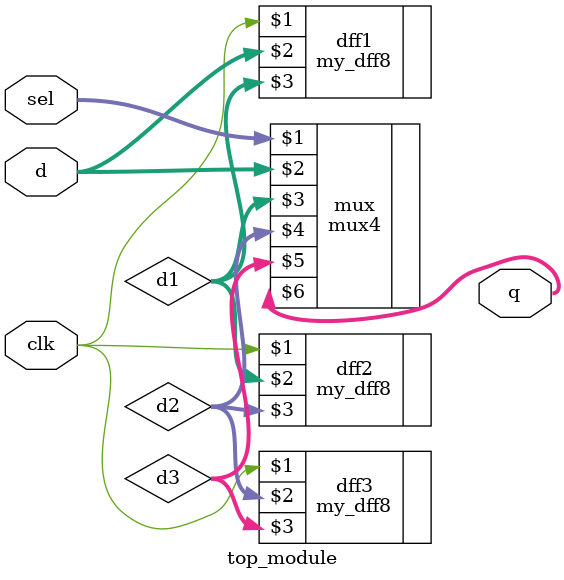
<source format=v>
module top_module ( 
    input clk, 
    input [7:0] d, 
    input [1:0] sel, 
    output [7:0] q 
);

    wire [7:0] d1, d2, d3;
    
    my_dff8 #(.DATA_WIDTH(8)) dff1 (clk, d, d1);
    my_dff8 #(.DATA_WIDTH(8)) dff2 (clk, d1, d2);
    my_dff8 #(.DATA_WIDTH(8)) dff3 (clk, d2, d3);
    
    mux4 #(.DATA_WIDTH(8)) mux (sel, d, d1, d2, d3, q);

endmodule
</source>
